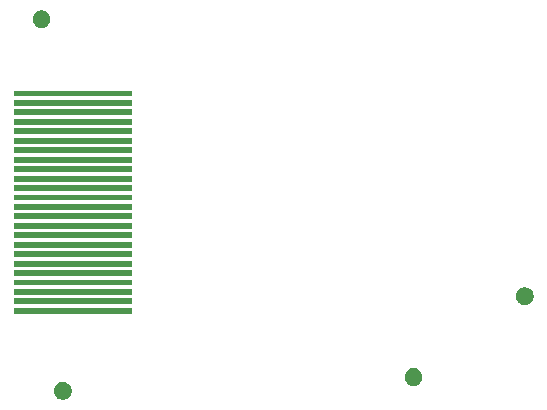
<source format=gbr>
G04 #@! TF.GenerationSoftware,KiCad,Pcbnew,(5.1.5)-3*
G04 #@! TF.CreationDate,2020-05-11T12:36:13-04:00*
G04 #@! TF.ProjectId,SmartWatch V4,536d6172-7457-4617-9463-682056342e6b,rev?*
G04 #@! TF.SameCoordinates,Original*
G04 #@! TF.FileFunction,Soldermask,Bot*
G04 #@! TF.FilePolarity,Negative*
%FSLAX46Y46*%
G04 Gerber Fmt 4.6, Leading zero omitted, Abs format (unit mm)*
G04 Created by KiCad (PCBNEW (5.1.5)-3) date 2020-05-11 12:36:13*
%MOMM*%
%LPD*%
G04 APERTURE LIST*
%ADD10C,0.100000*%
G04 APERTURE END LIST*
D10*
G36*
X129822269Y-94846322D02*
G01*
X129958755Y-94902857D01*
X130081597Y-94984937D01*
X130186063Y-95089403D01*
X130268143Y-95212245D01*
X130324678Y-95348731D01*
X130353500Y-95493631D01*
X130353500Y-95641369D01*
X130324678Y-95786269D01*
X130268143Y-95922755D01*
X130186063Y-96045597D01*
X130081597Y-96150063D01*
X129958755Y-96232143D01*
X129822269Y-96288678D01*
X129677369Y-96317500D01*
X129529631Y-96317500D01*
X129384731Y-96288678D01*
X129248245Y-96232143D01*
X129125403Y-96150063D01*
X129020937Y-96045597D01*
X128938857Y-95922755D01*
X128882322Y-95786269D01*
X128853500Y-95641369D01*
X128853500Y-95493631D01*
X128882322Y-95348731D01*
X128938857Y-95212245D01*
X129020937Y-95089403D01*
X129125403Y-94984937D01*
X129248245Y-94902857D01*
X129384731Y-94846322D01*
X129529631Y-94817500D01*
X129677369Y-94817500D01*
X129822269Y-94846322D01*
G37*
G36*
X159518769Y-93678822D02*
G01*
X159655255Y-93735357D01*
X159778097Y-93817437D01*
X159882563Y-93921903D01*
X159964643Y-94044745D01*
X160021178Y-94181231D01*
X160050000Y-94326131D01*
X160050000Y-94473869D01*
X160021178Y-94618769D01*
X159964643Y-94755255D01*
X159882563Y-94878097D01*
X159778097Y-94982563D01*
X159655255Y-95064643D01*
X159518769Y-95121178D01*
X159373869Y-95150000D01*
X159226131Y-95150000D01*
X159081231Y-95121178D01*
X158944745Y-95064643D01*
X158821903Y-94982563D01*
X158717437Y-94878097D01*
X158635357Y-94755255D01*
X158578822Y-94618769D01*
X158550000Y-94473869D01*
X158550000Y-94326131D01*
X158578822Y-94181231D01*
X158635357Y-94044745D01*
X158717437Y-93921903D01*
X158821903Y-93817437D01*
X158944745Y-93735357D01*
X159081231Y-93678822D01*
X159226131Y-93650000D01*
X159373869Y-93650000D01*
X159518769Y-93678822D01*
G37*
G36*
X135450000Y-89050000D02*
G01*
X125450000Y-89050000D01*
X125450000Y-88550000D01*
X135450000Y-88550000D01*
X135450000Y-89050000D01*
G37*
G36*
X168950969Y-86832622D02*
G01*
X169087455Y-86889157D01*
X169210297Y-86971237D01*
X169314763Y-87075703D01*
X169396843Y-87198545D01*
X169453378Y-87335031D01*
X169482200Y-87479931D01*
X169482200Y-87627669D01*
X169453378Y-87772569D01*
X169396843Y-87909055D01*
X169314763Y-88031897D01*
X169210297Y-88136363D01*
X169087455Y-88218443D01*
X168950969Y-88274978D01*
X168806069Y-88303800D01*
X168658331Y-88303800D01*
X168513431Y-88274978D01*
X168376945Y-88218443D01*
X168254103Y-88136363D01*
X168149637Y-88031897D01*
X168067557Y-87909055D01*
X168011022Y-87772569D01*
X167982200Y-87627669D01*
X167982200Y-87479931D01*
X168011022Y-87335031D01*
X168067557Y-87198545D01*
X168149637Y-87075703D01*
X168254103Y-86971237D01*
X168376945Y-86889157D01*
X168513431Y-86832622D01*
X168658331Y-86803800D01*
X168806069Y-86803800D01*
X168950969Y-86832622D01*
G37*
G36*
X135450000Y-88250000D02*
G01*
X125450000Y-88250000D01*
X125450000Y-87750000D01*
X135450000Y-87750000D01*
X135450000Y-88250000D01*
G37*
G36*
X135450000Y-87450000D02*
G01*
X125450000Y-87450000D01*
X125450000Y-86950000D01*
X135450000Y-86950000D01*
X135450000Y-87450000D01*
G37*
G36*
X135450000Y-86650000D02*
G01*
X125450000Y-86650000D01*
X125450000Y-86150000D01*
X135450000Y-86150000D01*
X135450000Y-86650000D01*
G37*
G36*
X135450000Y-85850000D02*
G01*
X125450000Y-85850000D01*
X125450000Y-85350000D01*
X135450000Y-85350000D01*
X135450000Y-85850000D01*
G37*
G36*
X135450000Y-85050000D02*
G01*
X125450000Y-85050000D01*
X125450000Y-84550000D01*
X135450000Y-84550000D01*
X135450000Y-85050000D01*
G37*
G36*
X135450000Y-84250000D02*
G01*
X125450000Y-84250000D01*
X125450000Y-83750000D01*
X135450000Y-83750000D01*
X135450000Y-84250000D01*
G37*
G36*
X135450000Y-83450000D02*
G01*
X125450000Y-83450000D01*
X125450000Y-82950000D01*
X135450000Y-82950000D01*
X135450000Y-83450000D01*
G37*
G36*
X135450000Y-82650000D02*
G01*
X125450000Y-82650000D01*
X125450000Y-82150000D01*
X135450000Y-82150000D01*
X135450000Y-82650000D01*
G37*
G36*
X135450000Y-81850000D02*
G01*
X125450000Y-81850000D01*
X125450000Y-81350000D01*
X135450000Y-81350000D01*
X135450000Y-81850000D01*
G37*
G36*
X135450000Y-81050000D02*
G01*
X125450000Y-81050000D01*
X125450000Y-80550000D01*
X135450000Y-80550000D01*
X135450000Y-81050000D01*
G37*
G36*
X135450000Y-80250000D02*
G01*
X125450000Y-80250000D01*
X125450000Y-79750000D01*
X135450000Y-79750000D01*
X135450000Y-80250000D01*
G37*
G36*
X135450000Y-79450000D02*
G01*
X125450000Y-79450000D01*
X125450000Y-78950000D01*
X135450000Y-78950000D01*
X135450000Y-79450000D01*
G37*
G36*
X135450000Y-78650000D02*
G01*
X125450000Y-78650000D01*
X125450000Y-78150000D01*
X135450000Y-78150000D01*
X135450000Y-78650000D01*
G37*
G36*
X135450000Y-77850000D02*
G01*
X125450000Y-77850000D01*
X125450000Y-77350000D01*
X135450000Y-77350000D01*
X135450000Y-77850000D01*
G37*
G36*
X135450000Y-77050000D02*
G01*
X125450000Y-77050000D01*
X125450000Y-76550000D01*
X135450000Y-76550000D01*
X135450000Y-77050000D01*
G37*
G36*
X135450000Y-76250000D02*
G01*
X125450000Y-76250000D01*
X125450000Y-75750000D01*
X135450000Y-75750000D01*
X135450000Y-76250000D01*
G37*
G36*
X135450000Y-75450000D02*
G01*
X125450000Y-75450000D01*
X125450000Y-74950000D01*
X135450000Y-74950000D01*
X135450000Y-75450000D01*
G37*
G36*
X135450000Y-74650000D02*
G01*
X125450000Y-74650000D01*
X125450000Y-74150000D01*
X135450000Y-74150000D01*
X135450000Y-74650000D01*
G37*
G36*
X135450000Y-73850000D02*
G01*
X125450000Y-73850000D01*
X125450000Y-73350000D01*
X135450000Y-73350000D01*
X135450000Y-73850000D01*
G37*
G36*
X135450000Y-73050000D02*
G01*
X125450000Y-73050000D01*
X125450000Y-72550000D01*
X135450000Y-72550000D01*
X135450000Y-73050000D01*
G37*
G36*
X135450000Y-72250000D02*
G01*
X125450000Y-72250000D01*
X125450000Y-71750000D01*
X135450000Y-71750000D01*
X135450000Y-72250000D01*
G37*
G36*
X135450000Y-71450000D02*
G01*
X125450000Y-71450000D01*
X125450000Y-70950000D01*
X135450000Y-70950000D01*
X135450000Y-71450000D01*
G37*
G36*
X135450000Y-70650000D02*
G01*
X125450000Y-70650000D01*
X125450000Y-70150000D01*
X135450000Y-70150000D01*
X135450000Y-70650000D01*
G37*
G36*
X128018769Y-63378822D02*
G01*
X128155255Y-63435357D01*
X128278097Y-63517437D01*
X128382563Y-63621903D01*
X128464643Y-63744745D01*
X128521178Y-63881231D01*
X128550000Y-64026131D01*
X128550000Y-64173869D01*
X128521178Y-64318769D01*
X128464643Y-64455255D01*
X128382563Y-64578097D01*
X128278097Y-64682563D01*
X128155255Y-64764643D01*
X128018769Y-64821178D01*
X127873869Y-64850000D01*
X127726131Y-64850000D01*
X127581231Y-64821178D01*
X127444745Y-64764643D01*
X127321903Y-64682563D01*
X127217437Y-64578097D01*
X127135357Y-64455255D01*
X127078822Y-64318769D01*
X127050000Y-64173869D01*
X127050000Y-64026131D01*
X127078822Y-63881231D01*
X127135357Y-63744745D01*
X127217437Y-63621903D01*
X127321903Y-63517437D01*
X127444745Y-63435357D01*
X127581231Y-63378822D01*
X127726131Y-63350000D01*
X127873869Y-63350000D01*
X128018769Y-63378822D01*
G37*
M02*

</source>
